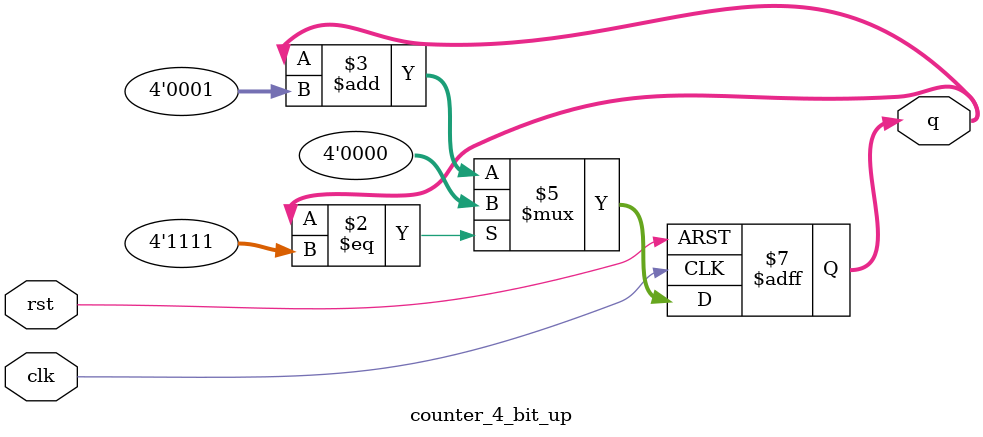
<source format=v>
`timescale 1ns / 1ps


module counter_4_bit_up(
  input clk,rst,
  output reg [3:0]q);
  always @ (posedge clk or posedge rst)
    begin
      if(rst)
        q<=4'b0;
      else
        begin
          if(q==4'b1111)
            q<=4'b0;
          else
            begin
              q<=q+4'b1;
            end
        end
    end
endmodule
</source>
